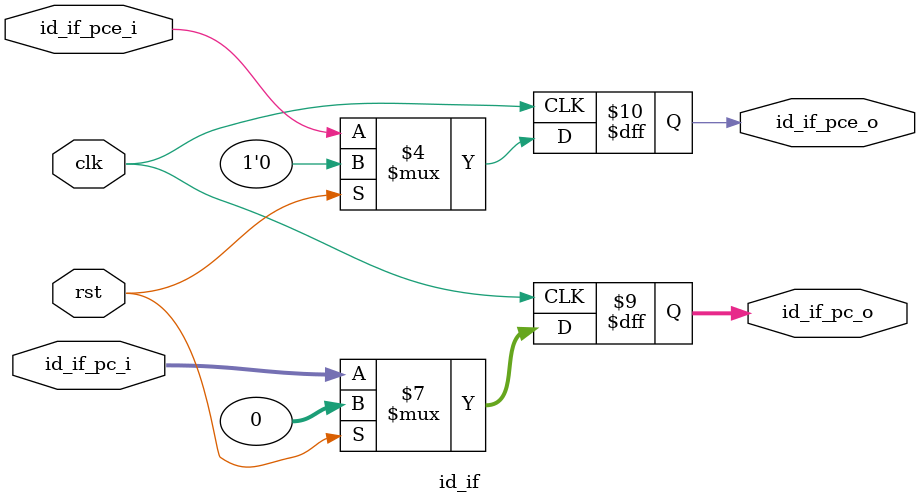
<source format=v>

module id_if (
	input	wire	clk,    
	input	wire	rst,
	
	input	wire[31:0]	id_if_pc_i,
	input 	wire		id_if_pce_i,

	output	reg[31:0]	id_if_pc_o,
	output	reg			id_if_pce_o
);

always @ (negedge clk) begin
	if (rst == 1'b1) begin
		id_if_pc_o 	<= 32'h0;
		id_if_pce_o <= 1'b0;
	end else begin
		id_if_pc_o 	<= id_if_pc_i;
		id_if_pce_o <= id_if_pce_i;
	end
end

endmodule
</source>
